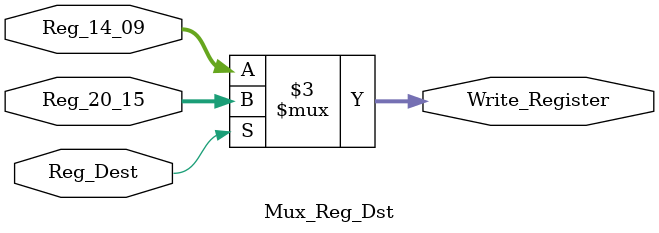
<source format=v>
module Mux_Reg_Dst (Reg_20_15, Reg_14_09, Reg_Dest, Write_Register);

input [5:0] Reg_20_15;// bits 20 a 15 da instrução
input [5:0] Reg_14_09; // bits 14 a 9 da instrução
input Reg_Dest; // Esse mux é controlado por esse sinal de controle
output reg [5:0]  Write_Register;

always @(*) begin
	if(Reg_Dest)
		begin
			Write_Register = Reg_20_15;
		end
	else
		begin
			Write_Register = Reg_14_09;
		end
end

endmodule

</source>
